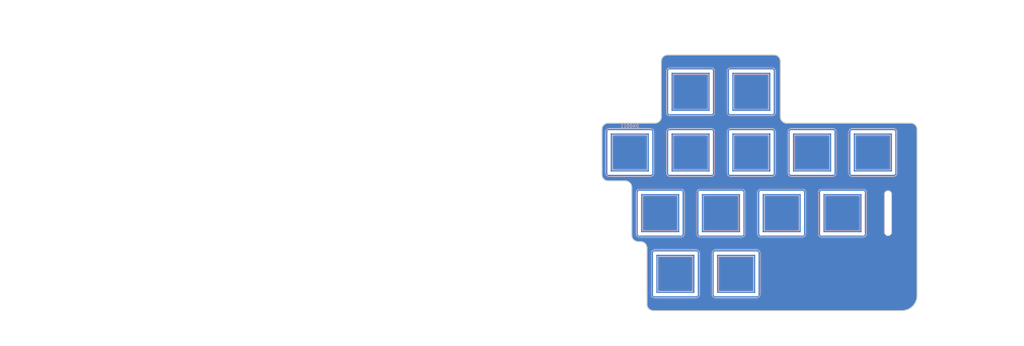
<source format=kicad_pcb>
(kicad_pcb (version 20240108) (generator "pcbnew") (generator_version "8.0")
  (title_block (title "Sandy") (date "2023-01-06") (rev "v.0") (company "@jpskenn"))
  (layers (0 "F.Cu" signal) (31 "B.Cu" signal) (34 "B.Paste" user) (35 "F.Paste" user) (36 "B.SilkS" user "B.Silkscreen") (37 "F.SilkS" user "F.Silkscreen") (38 "B.Mask" user) (39 "F.Mask" user) (44 "Edge.Cuts" user))
  (net 0 "")
  (footprint "locallib:MX-Switch-Hole-with-narrow-frame" (layer "F.Cu") (at 255.247345 84.25032)
    (property "Reference" "SW_>1" (hide yes))
    (property "Value" "SW_Push")
    (pad "" np_thru_hole roundrect (at -6.5 0 90) (size 14.8 1.8) (drill oval 14 1) (layers "F&B.Cu" "*.Mask") (roundrect_rratio 0.5))
    (pad "" np_thru_hole roundrect (at 0 -6.5) (size 14.8 1.8) (drill oval 14 1) (layers "F&B.Cu" "*.Mask") (roundrect_rratio 0.5))
    (pad "" np_thru_hole roundrect (at 0 6.5) (size 14.8 1.8) (drill oval 14 1) (layers "F&B.Cu" "*.Mask") (roundrect_rratio 0.5))
    (pad "" np_thru_hole roundrect (at 6.5 0 90) (size 14.8 1.8) (drill oval 14 1) (layers "F&B.Cu" "*.Mask") (roundrect_rratio 0.5))
  )
  (footprint "locallib:SandyLP_outline_Plate_Base_LR" (layer "F.Cu") (at 17.122345 17.57532)
    (property "Reference" "REF**" (hide yes))
    (property "Value" "60_Outline" (hide yes))
    (fp_line (start 181.753125 40.39996) (end 181.753125 54.554735) (stroke (width 0.3)) (layer "Edge.Cuts"))
    (fp_line (start 189.095313 56.554735) (end 183.753125 56.554735) (stroke (width 0.3)) (layer "Edge.Cuts"))
    (fp_line (start 191.095313 58.554735) (end 191.104848 73.604687) (stroke (width 0.3)) (layer "Edge.Cuts"))
    (fp_line (start 193.857813 75.604687) (end 193.104848 75.604687) (stroke (width 0.3)) (layer "Edge.Cuts"))
    (fp_line (start 195.857813 77.604687) (end 195.867348 95.28121) (stroke (width 0.3)) (layer "Edge.Cuts"))
    (fp_line (start 198.375 38.39996) (end 183.753125 38.39996) (stroke (width 0.3)) (layer "Edge.Cuts"))
    (fp_line (start 200.375 18.96871) (end 200.375 36.39996) (stroke (width 0.3)) (layer "Edge.Cuts"))
    (fp_line (start 235.7125 16.96871) (end 202.375 16.96871) (stroke (width 0.3)) (layer "Edge.Cuts"))
    (fp_line (start 237.7125 18.96871) (end 237.7125 36.39996) (stroke (width 0.3)) (layer "Edge.Cuts"))
    (fp_line (start 275.825 97.28121) (end 197.867348 97.28121) (stroke (width 0.3)) (layer "Edge.Cuts"))
    (fp_line (start 278.5875 38.39996) (end 239.7125 38.39996) (stroke (width 0.3)) (layer "Edge.Cuts"))
    (fp_line (start 280.5875 40.39996) (end 280.5875 92.51871) (stroke (width 0.3)) (layer "Edge.Cuts"))
    (fp_arc (start 181.753125 40.39996) (mid 182.338927 38.985781) (end 183.753125 38.39996) (stroke (width 0.3)) (layer "Edge.Cuts"))
    (fp_arc (start 183.753125 56.554735) (mid 182.338854 55.968989) (end 181.753125 54.554735) (stroke (width 0.3)) (layer "Edge.Cuts"))
    (fp_arc (start 189.095313 56.554735) (mid 190.509476 57.140557) (end 191.095313 58.554735) (stroke (width 0.3)) (layer "Edge.Cuts"))
    (fp_arc (start 193.104848 75.604687) (mid 191.690608 75.018917) (end 191.104848 73.604687) (stroke (width 0.3)) (layer "Edge.Cuts"))
    (fp_arc (start 193.857813 75.604687) (mid 195.271993 76.190507) (end 195.857813 77.604687) (stroke (width 0.3)) (layer "Edge.Cuts"))
    (fp_arc (start 197.867348 97.28121) (mid 196.4531 96.695441) (end 195.867348 95.28121) (stroke (width 0.3)) (layer "Edge.Cuts"))
    (fp_arc (start 200.375 18.96871) (mid 200.960812 17.554519) (end 202.375 16.96871) (stroke (width 0.3)) (layer "Edge.Cuts"))
    (fp_arc (start 200.375 36.39996) (mid 199.789228 37.814199) (end 198.375 38.39996) (stroke (width 0.3)) (layer "Edge.Cuts"))
    (fp_arc (start 235.7125 16.96871) (mid 237.12671 17.554497) (end 237.7125 18.96871) (stroke (width 0.3)) (layer "Edge.Cuts"))
    (fp_arc (start 239.7125 38.39996) (mid 238.298265 37.814177) (end 237.7125 36.39996) (stroke (width 0.3)) (layer "Edge.Cuts"))
    (fp_arc (start 278.5875 38.39996) (mid 280.001728 38.985744) (end 280.5875 40.39996) (stroke (width 0.3)) (layer "Edge.Cuts"))
    (fp_arc (start 280.5875 92.51871) (mid 279.192593 95.8863) (end 275.825 97.28121) (stroke (width 0.3)) (layer "Edge.Cuts"))
    (zone (net 0) (net_name "") (layers "F&B.Cu") (connect_pads (clearance 0)) (min_thickness 0.25)
      (keepout (tracks not_allowed) (vias not_allowed) (pads not_allowed) (copperpour not_allowed) (footprints allowed))
      (fill (thermal_gap 0.5) (thermal_bridge_width 0.5))
      (polygon (pts (arc (start 287.39422 78.297195) (mid 288.584845 77.10657) (end 289.77547 78.297195)) (arc (start 289.77547 90.203445) (mid 288.584845 91.39407) (end 287.39422 90.203445))))
    )
  )
  (footprint "locallib:MX-Switch-Hole-with-narrow-frame" (layer "F.Cu") (at 226.672345 46.15032)
    (property "Reference" "SW_I1" (hide yes))
    (property "Value" "SW_Push")
    (pad "" np_thru_hole roundrect (at -6.5 0 90) (size 14.8 1.8) (drill oval 14 1) (layers "F&B.Cu" "*.Mask") (roundrect_rratio 0.5))
    (pad "" np_thru_hole roundrect (at 0 -6.5) (size 14.8 1.8) (drill oval 14 1) (layers "F&B.Cu" "*.Mask") (roundrect_rratio 0.5))
    (pad "" np_thru_hole roundrect (at 0 6.5) (size 14.8 1.8) (drill oval 14 1) (layers "F&B.Cu" "*.Mask") (roundrect_rratio 0.5))
    (pad "" np_thru_hole roundrect (at 6.5 0 90) (size 14.8 1.8) (drill oval 14 1) (layers "F&B.Cu" "*.Mask") (roundrect_rratio 0.5))
  )
  (footprint "locallib:MX-Switch-Hole-with-narrow-frame" (layer "F.Cu") (at 207.622345 65.20032)
    (property "Reference" "SW_J1" (hide yes))
    (property "Value" "SW_Push")
    (pad "" np_thru_hole roundrect (at -6.5 0 90) (size 14.8 1.8) (drill oval 14 1) (layers "F&B.Cu" "*.Mask") (roundrect_rratio 0.5))
    (pad "" np_thru_hole roundrect (at 0 -6.5) (size 14.8 1.8) (drill oval 14 1) (layers "F&B.Cu" "*.Mask") (roundrect_rratio 0.5))
    (pad "" np_thru_hole roundrect (at 0 6.5) (size 14.8 1.8) (drill oval 14 1) (layers "F&B.Cu" "*.Mask") (roundrect_rratio 0.5))
    (pad "" np_thru_hole roundrect (at 6.5 0 90) (size 14.8 1.8) (drill oval 14 1) (layers "F&B.Cu" "*.Mask") (roundrect_rratio 0.5))
  )
  (footprint "locallib:MX-Switch-Hole-with-narrow-frame" (layer "F.Cu") (at 283.822345 65.20032)
    (property "Reference" "SW_ENT1" (hide yes))
    (property "Value" "SW_Push")
    (pad "" np_thru_hole roundrect (at -6.5 0 90) (size 14.8 1.8) (drill oval 14 1) (layers "F&B.Cu" "*.Mask") (roundrect_rratio 0.5))
    (pad "" np_thru_hole roundrect (at 0 -6.5) (size 14.8 1.8) (drill oval 14 1) (layers "F&B.Cu" "*.Mask") (roundrect_rratio 0.5))
    (pad "" np_thru_hole roundrect (at 0 6.5) (size 14.8 1.8) (drill oval 14 1) (layers "F&B.Cu" "*.Mask") (roundrect_rratio 0.5))
    (pad "" np_thru_hole roundrect (at 6.5 0 90) (size 14.8 1.8) (drill oval 14 1) (layers "F&B.Cu" "*.Mask") (roundrect_rratio 0.5))
  )
  (footprint "locallib:MX-Switch-Hole-with-narrow-frame" (layer "F.Cu") (at 264.772345 65.20032)
    (property "Reference" "SW_;1" (hide yes))
    (property "Value" "SW_Push")
    (pad "" np_thru_hole roundrect (at -6.5 0 90) (size 14.8 1.8) (drill oval 14 1) (layers "F&B.Cu" "*.Mask") (roundrect_rratio 0.5))
    (pad "" np_thru_hole roundrect (at 0 -6.5) (size 14.8 1.8) (drill oval 14 1) (layers "F&B.Cu" "*.Mask") (roundrect_rratio 0.5))
    (pad "" np_thru_hole roundrect (at 0 6.5) (size 14.8 1.8) (drill oval 14 1) (layers "F&B.Cu" "*.Mask") (roundrect_rratio 0.5))
    (pad "" np_thru_hole roundrect (at 6.5 0 90) (size 14.8 1.8) (drill oval 14 1) (layers "F&B.Cu" "*.Mask") (roundrect_rratio 0.5))
  )
  (footprint "locallib:MX-Switch-Hole-with-narrow-frame" (layer "F.Cu") (at 245.722345 46.15032)
    (property "Reference" "SW_O1" (hide yes))
    (property "Value" "SW_Push")
    (pad "" np_thru_hole roundrect (at -6.5 0 90) (size 14.8 1.8) (drill oval 14 1) (layers "F&B.Cu" "*.Mask") (roundrect_rratio 0.5))
    (pad "" np_thru_hole roundrect (at 0 -6.5) (size 14.8 1.8) (drill oval 14 1) (layers "F&B.Cu" "*.Mask") (roundrect_rratio 0.5))
    (pad "" np_thru_hole roundrect (at 0 6.5) (size 14.8 1.8) (drill oval 14 1) (layers "F&B.Cu" "*.Mask") (roundrect_rratio 0.5))
    (pad "" np_thru_hole roundrect (at 6.5 0 90) (size 14.8 1.8) (drill oval 14 1) (layers "F&B.Cu" "*.Mask") (roundrect_rratio 0.5))
  )
  (footprint "locallib:MX-Switch-Hole-with-narrow-frame" (layer "F.Cu") (at 274.297345 84.25032)
    (property "Reference" "SW_/1" (hide yes))
    (property "Value" "SW_Push")
    (pad "" np_thru_hole roundrect (at -6.5 0 90) (size 14.8 1.8) (drill oval 14 1) (layers "F&B.Cu" "*.Mask") (roundrect_rratio 0.5))
    (pad "" np_thru_hole roundrect (at 0 -6.5) (size 14.8 1.8) (drill oval 14 1) (layers "F&B.Cu" "*.Mask") (roundrect_rratio 0.5))
    (pad "" np_thru_hole roundrect (at 0 6.5) (size 14.8 1.8) (drill oval 14 1) (layers "F&B.Cu" "*.Mask") (roundrect_rratio 0.5))
    (pad "" np_thru_hole roundrect (at 6.5 0 90) (size 14.8 1.8) (drill oval 14 1) (layers "F&B.Cu" "*.Mask") (roundrect_rratio 0.5))
  )
  (footprint "locallib:MX-Switch-Hole-with-narrow-frame" (layer "F.Cu") (at 217.147345 84.25032)
    (property "Reference" "SW_M1" (hide yes))
    (property "Value" "SW_Push")
    (pad "" np_thru_hole roundrect (at -6.5 0 90) (size 14.8 1.8) (drill oval 14 1) (layers "F&B.Cu" "*.Mask") (roundrect_rratio 0.5))
    (pad "" np_thru_hole roundrect (at 0 -6.5) (size 14.8 1.8) (drill oval 14 1) (layers "F&B.Cu" "*.Mask") (roundrect_rratio 0.5))
    (pad "" np_thru_hole roundrect (at 0 6.5) (size 14.8 1.8) (drill oval 14 1) (layers "F&B.Cu" "*.Mask") (roundrect_rratio 0.5))
    (pad "" np_thru_hole roundrect (at 6.5 0 90) (size 14.8 1.8) (drill oval 14 1) (layers "F&B.Cu" "*.Mask") (roundrect_rratio 0.5))
  )
  (footprint "locallib:MX-Switch-Hole-with-narrow-frame" (layer "F.Cu") (at 226.672345 65.20032)
    (property "Reference" "SW_K1" (hide yes))
    (property "Value" "SW_Push")
    (pad "" np_thru_hole roundrect (at -6.5 0 90) (size 14.8 1.8) (drill oval 14 1) (layers "F&B.Cu" "*.Mask") (roundrect_rratio 0.5))
    (pad "" np_thru_hole roundrect (at 0 -6.5) (size 14.8 1.8) (drill oval 14 1) (layers "F&B.Cu" "*.Mask") (roundrect_rratio 0.5))
    (pad "" np_thru_hole roundrect (at 0 6.5) (size 14.8 1.8) (drill oval 14 1) (layers "F&B.Cu" "*.Mask") (roundrect_rratio 0.5))
    (pad "" np_thru_hole roundrect (at 6.5 0 90) (size 14.8 1.8) (drill oval 14 1) (layers "F&B.Cu" "*.Mask") (roundrect_rratio 0.5))
  )
  (footprint "locallib:MX-Switch-Hole-with-narrow-frame" (layer "F.Cu") (at 236.197345 84.25032)
    (property "Reference" "SW_<1" (hide yes))
    (property "Value" "SW_Push")
    (pad "" np_thru_hole roundrect (at -6.5 0 90) (size 14.8 1.8) (drill oval 14 1) (layers "F&B.Cu" "*.Mask") (roundrect_rratio 0.5))
    (pad "" np_thru_hole roundrect (at 0 -6.5) (size 14.8 1.8) (drill oval 14 1) (layers "F&B.Cu" "*.Mask") (roundrect_rratio 0.5))
    (pad "" np_thru_hole roundrect (at 0 6.5) (size 14.8 1.8) (drill oval 14 1) (layers "F&B.Cu" "*.Mask") (roundrect_rratio 0.5))
    (pad "" np_thru_hole roundrect (at 6.5 0 90) (size 14.8 1.8) (drill oval 14 1) (layers "F&B.Cu" "*.Mask") (roundrect_rratio 0.5))
  )
  (footprint "locallib:MX-Switch-Hole-with-narrow-frame" (layer "F.Cu") (at 240.959845 103.30032)
    (property "Reference" "SW_RWIN1" (hide yes))
    (property "Value" "SW_Push")
    (pad "" np_thru_hole roundrect (at -6.5 0 90) (size 14.8 1.8) (drill oval 14 1) (layers "F&B.Cu" "*.Mask") (roundrect_rratio 0.5))
    (pad "" np_thru_hole roundrect (at 0 -6.5) (size 14.8 1.8) (drill oval 14 1) (layers "F&B.Cu" "*.Mask") (roundrect_rratio 0.5))
    (pad "" np_thru_hole roundrect (at 0 6.5) (size 14.8 1.8) (drill oval 14 1) (layers "F&B.Cu" "*.Mask") (roundrect_rratio 0.5))
    (pad "" np_thru_hole roundrect (at 6.5 0 90) (size 14.8 1.8) (drill oval 14 1) (layers "F&B.Cu" "*.Mask") (roundrect_rratio 0.5))
  )
  (footprint "locallib:MX-Switch-Hole-with-narrow-frame" (layer "F.Cu") (at 245.722345 65.20032)
    (property "Reference" "SW_L1" (hide yes))
    (property "Value" "SW_Push")
    (pad "" np_thru_hole roundrect (at -6.5 0 90) (size 14.8 1.8) (drill oval 14 1) (layers "F&B.Cu" "*.Mask") (roundrect_rratio 0.5))
    (pad "" np_thru_hole roundrect (at 0 -6.5) (size 14.8 1.8) (drill oval 14 1) (layers "F&B.Cu" "*.Mask") (roundrect_rratio 0.5))
    (pad "" np_thru_hole roundrect (at 0 6.5) (size 14.8 1.8) (drill oval 14 1) (layers "F&B.Cu" "*.Mask") (roundrect_rratio 0.5))
    (pad "" np_thru_hole roundrect (at 6.5 0 90) (size 14.8 1.8) (drill oval 14 1) (layers "F&B.Cu" "*.Mask") (roundrect_rratio 0.5))
  )
  (footprint "locallib:MX-Switch-Hole-with-narrow-frame" (layer "F.Cu") (at 221.909845 103.30032)
    (property "Reference" "SW_RALT1" (hide yes))
    (property "Value" "SW_Push")
    (pad "" np_thru_hole roundrect (at -6.5 0 90) (size 14.8 1.8) (drill oval 14 1) (layers "F&B.Cu" "*.Mask") (roundrect_rratio 0.5))
    (pad "" np_thru_hole roundrect (at 0 -6.5) (size 14.8 1.8) (drill oval 14 1) (layers "F&B.Cu" "*.Mask") (roundrect_rratio 0.5))
    (pad "" np_thru_hole roundrect (at 0 6.5) (size 14.8 1.8) (drill oval 14 1) (layers "F&B.Cu" "*.Mask") (roundrect_rratio 0.5))
    (pad "" np_thru_hole roundrect (at 6.5 0 90) (size 14.8 1.8) (drill oval 14 1) (layers "F&B.Cu" "*.Mask") (roundrect_rratio 0.5))
  )
  (gr_text "DN0011" (at 207.622501 57.461277 0) (layer "B.SilkS") (effects (font (size 1 1)) (justify bottom mirror)))
  (segment (start 284.745382 107.524471) (end 283.624845 108.21407) (width 0.16) (layer "F.Cu") (net 0))
  (segment (start 264.532345 112.19157) (end 264.552345 112.20157) (width 0.16) (layer "F.Cu") (net 0))
  (segment (start 285.234845 107.82032) (end 282.794845 106.38157) (width 0.16) (layer "F.Cu") (net 0))
  (segment (start 269.322345 111.38157) (end 267.62336 110.442585) (width 0.16) (layer "F.Cu") (net 0))
  (segment (start 277.842345 101.23157) (end 278.092345 101.21157) (width 0.254) (layer "F.Cu") (net 0))
  (segment (start 274.062345 107.22157) (end 273.582345 106.97157) (width 0.16) (layer "F.Cu") (net 0))
  (segment (start 277.452345 101.41157) (end 277.842345 101.23157) (width 0.254) (layer "F.Cu") (net 0))
  (segment (start 278.802345 106.96157) (end 278.802345 104.51157) (width 0.16) (layer "F.Cu") (net 0))
  (segment (start 274.552345 102.616674) (end 274.554793 102.619122) (width 0.16) (layer "F.Cu") (net 0))
  (segment (start 269.322345 108.92157) (end 269.312345 108.91157) (width 0.16) (layer "F.Cu") (net 0))
  (segment (start 278.802345 104.51157) (end 283.042345 102.06157) (width 0.16) (layer "F.Cu") (net 0))
  (segment (start 278.282345 107.26157) (end 274.062345 109.69157) (width 0.16) (layer "F.Cu") (net 0))
  (segment (start 265.212345 108.04157) (end 264.942345 108.11157) (width 0.254) (layer "F.Cu") (net 0))
  (segment (start 279.842345 102.56157) (end 279.382345 102.85157) (width 0.254) (layer "F.Cu") (net 0))
  (segment (start 286.372345 106.210945) (end 287.447345 106.827195) (width 0.16) (layer "F.Cu") (net 0))
  (segment (start 287.455144 103.683771) (end 283.644845 105.87907) (width 0.16) (layer "F.Cu") (net 0))
  (segment (start 271.182345 106.56157) (end 271.172345 106.56157) (width 0.254) (layer "F.Cu") (net 0))
  (segment (start 278.802345 99.60157) (end 279.340255 99.91366) (width 0.16) (layer "F.Cu") (net 0))
  (segment (start 285.634845 107.08157) (end 285.634845 107.55657) (width 0.16) (layer "F.Cu") (net 0))
  (segment (start 287.034845 103.46407) (end 287.474845 103.69407) (width 0.16) (layer "F.Cu") (net 0))
  (segment (start 283.634845 105.89407) (end 285.584845 107.04407) (width 0.16) (layer "F.Cu") (net 0))
  (segment (start 279.322345 99.87157) (end 279.340255 99.91366) (width 0.16) (layer "F.Cu") (net 0))
  (segment (start 279.012345 103.05157) (end 276.802345 101.80157) (width 0.254) (layer "F.Cu") (net 0))
  (segment (start 283.184845 107.49407) (end 283.184845 107.96907) (width 0.16) (layer "F.Cu") (net 0))
  (segment (start 283.587345 103.15657) (end 283.572345 103.16157) (width 0.16) (layer "F.Cu") (net 0))
  (segment (start 273.572345 108.95157) (end 273.184246 109.173471) (width 0.16) (layer "F.Cu") (net 0))
  (segment (start 266.220417 105.803498) (end 264.562345 104.85157) (width 0.16) (layer "F.Cu") (net 0))
  (segment (start 285.884845 106.41907) (end 287.434845 107.29532) (width 0.16) (layer "F.Cu") (net 0))
  (segment (start 287.484845 103.71407) (end 287.484845 104.18907) (width 0.16) (layer "F.Cu") (net 0))
  (segment (start 283.042345 104.52157) (end 278.802345 106.96157) (width 0.16) (layer "F.Cu") (net 0))
  (segment (start 273.582345 108.94157) (end 273.572345 108.95157) (width 0.16) (layer "F.Cu") (net 0))
  (segment (start 283.042345 102.89157) (end 283.042345 104.52157) (width 0.16) (layer "F.Cu") (net 0))
  (segment (start 272.092345 104.45157) (end 274.402345 105.75157) (width 0.254) (layer "F.Cu") (net 0))
  (segment (start 275.762345 104.97157) (end 272.092345 104.45157) (width 0.254) (layer "F.Cu") (net 0))
  (segment (start 263.172345 106.68157) (end 263.002345 106.90157) (width 0.254) (layer "F.Cu") (net 0))
  (segment (start 269.051041 106.982874) (end 269.472345 107.51157) (width 0.254) (layer "F.Cu") (net 0))
  (segment (start 285.881407 106.925476) (end 285.634845 107.08157) (width 0.16) (layer "F.Cu") (net 0))
  (segment (start 268.812345 107.29157) (end 268.812345 108.63157) (width 0.16) (layer "F.Cu") (net 0))
  (segment (start 278.292345 107.25157) (end 278.282345 107.26157) (width 0.16) (layer "F.Cu") (net 0))
  (segment (start 267.62336 110.442585) (end 264.552345 112.20157) (width 0.16) (layer "F.Cu") (net 0))
  (segment (start 268.812345 109.76157) (end 267.62336 110.442585) (width 0.16) (layer "F.Cu") (net 0))
  (segment (start 279.592345 101.64157) (end 279.822345 101.86157) (width 0.254) (layer "F.Cu") (net 0))
  (segment (start 278.292345 104.80157) (end 278.292345 106.70157) (width 0.16) (layer "F.Cu") (net 0))
  (segment (start 289.394845 106.19657) (end 289.394845 106.67157) (width 0.16) (layer "F.Cu") (net 0))
  (segment (start 271.172345 106.56157) (end 270.212345 106.313135) (width 0.254) (layer "F.Cu") (net 0))
  (segment (start 274.062345 102.33157) (end 274.042345 102.34157) (width 0.16) (layer "F.Cu") (net 0))
  (segment (start 274.062345 107.22157) (end 278.292345 104.80157) (width 0.16) (layer "F.Cu") (net 0))
  (segment (start 281.622345 97.96157) (end 283.522345 98.24157) (width 0.254) (layer "F.Cu") (net 0))
  (segment (start 264.552345 109.74157) (end 260.322345 107.30157) (width 0.16) (layer "F.Cu") (net 0))
  (segment (start 273.184246 109.173471) (end 269.322345 111.38157) (width 0.16) (layer "F.Cu") (net 0))
  (segment (start 283.072345 97.19157) (end 283.502345 98.20157) (width 0.32) (layer "F.Cu") (net 0))
  (segment (start 264.562345 104.85157) (end 260.322345 107.30157) (width 0.16) (layer "F.Cu") (net 0))
  (segment (start 287.832345 98.27157) (end 287.832345 100.72157) (width 0.16) (layer "F.Cu") (net 0))
  (segment (start 264.552345 109.74157) (end 268.812345 107.29157) (width 0.16) (layer "F.Cu") (net 0))
  (segment (start 285.194845 107.31657) (end 282.824845 105.88157) (width 0.16) (layer "F.Cu") (net 0))
  (segment (start 270.212345 106.313135) (end 268.042345 105.75157) (width 0.254) (layer "F.Cu") (net 0))
  (segment (start 289.394845 106.67157) (end 287.469845 107.80907) (width 0.16) (layer "F.Cu") (net 0))
  (segment (start 283.184845 107.96907) (end 283.594845 108.20657) (width 0.16) (layer "F.Cu") (net 0))
  (segment (start 279.337345 98.28157) (end 283.562345 95.83157) (width 0.16) (layer "F.Cu") (net 0))
  (segment (start 263.492345 107.36157) (end 263.882345 107.36157) (width 0.254) (layer "F.Cu") (net 0))
  (segment (start 279.972345 102.41157) (end 279.842345 102.56157) (width 0.254) (layer "F.Cu") (net 0))
  (segment (start 274.042345 102.34157) (end 270.223091 104.550824) (width 0.16) (layer "F.Cu") (net 0))
  (segment (start 274.062345 109.69157) (end 273.184246 109.173471) (width 0.16) (layer "F.Cu") (net 0))
  (segment (start 265.882345 107.20157) (end 265.972345 107.39157) (width 0.254) (layer "F.Cu") (net 0))
  (segment (start 285.234845 107.30657) (end 285.234845 107.78157) (width 0.16) (layer "F.Cu") (net 0))
  (segment (start 285.634845 107.56782) (end 285.234845 107.82032) (width 0.16) (layer "F.Cu") (net 0))
  (segment (start 287.459845 106.00907) (end 286.799845 106.38907) (width 0.16) (layer "F.Cu") (net 0))
  (segment (start 284.337636 107.291279) (end 283.59172 107.781257) (width 0.16) (layer "F.Cu") (net 0))
  (segment (start 279.382345 102.85157) (end 279.012345 103.05157) (width 0.254) (layer "F.Cu") (net 0))
  (segment (start 289.374845 106.18157) (end 287.469845 107.29907) (width 0.16) (layer "F.Cu") (net 0))
  (segment (start 264.942345 108.11157) (end 264.482345 108.15157) (width 0.254) (layer "F.Cu") (net 0))
  (segment (start 287.444845 105.02907) (end 284.798555 106.58036) (width 0.16) (layer "F.Cu") (net 0))
  (segment (start 278.092345 101.21157) (end 278.532345 101.242529) (width 0.254) (layer "F.Cu") (net 0))
  (segment (start 264.262345 106.32157) (end 263.862345 106.37157) (width 0.254) (layer "F.Cu") (net 0))
  (segment (start 269.322345 111.38157) (end 269.322345 108.92157) (width 0.16) (layer "F.Cu") (net 0))
  (segment (start 287.444845 105.02907) (end 289.374845 106.18157) (width 0.16) (layer "F.Cu") (net 0))
  (segment (start 280.002345 102.14157) (end 279.972345 102.41157) (width 0.254) (layer "F.Cu") (net 0))
  (segment (start 265.052345 106.94157) (end 265.552345 107.01157) (width 0.254) (layer "F.Cu") (net 0))
  (segment (start 263.482345 106.49157) (end 263.172345 106.68157) (width 0.254) (layer "F.Cu") (net 0))
  (segment (start 265.552345 107.01157) (end 265.882345 107.20157) (width 0.254) (layer "F.Cu") (net 0))
  (segment (start 285.574845 107.07157) (end 285.194845 107.31657) (width 0.16) (layer "F.Cu") (net 0))
  (segment (start 283.572345 103.16157) (end 283.572345 100.73157) (width 0.16) (layer "F.Cu") (net 0))
  (segment (start 269.312345 108.91157) (end 268.812345 108.63157) (width 0.16) (layer "F.Cu") (net 0))
  (segment (start 274.552345 102.06157) (end 274.552345 102.616674) (width 0.16) (layer "F.Cu") (net 0))
  (segment (start 278.792345 99.60157) (end 278.802345 99.60157) (width 0.16) (layer "F.Cu") (net 0))
  (segment (start 288.536095 106.174695) (end 287.463595 106.823445) (width 0.16) (layer "F.Cu") (net 0))
  (segment (start 278.292345 106.70157) (end 278.292345 107.25157) (width 0.16) (layer "F.Cu") (net 0))
  (segment (start 263.862345 106.37157) (end 263.482345 106.49157) (width 0.254) (layer "F.Cu") (net 0))
  (segment (start 264.712345 106.99157) (end 265.052345 106.94157) (width 0.254) (layer "F.Cu") (net 0))
  (segment (start 283.913015 107.0409) (end 283.184845 107.49407) (width 0.16) (layer "F.Cu") (net 0))
  (segment (start 282.784845 105.89407) (end 286.984845 103.44407) (width 0.16) (layer "F.Cu") (net 0))
  (segment (start 287.459845 105.57157) (end 287.459845 106.04657) (width 0.16) (layer "F.Cu") (net 0))
  (segment (start 287.432345 105.54032) (end 286.359845 106.18907) (width 0.16) (layer "F.Cu") (net 0))
  (segment (start 265.972345 107.39157) (end 265.892345 107.59157) (width 0.254) (layer "F.Cu") (net 0))
  (segment (start 285.884845 106.41907) (end 285.223151 106.830764) (width 0.16) (layer "F.Cu") (net 0))
  (segment (start 263.882345 107.36157) (end 264.242345 107.21157) (width 0.254) (layer "F.Cu") (net 0))
  (segment (start 278.802345 106.96157) (end 278.292345 106.70157) (width 0.16) (layer "F.Cu") (net 0))
  (segment (start 279.337345 98.28157) (end 279.322345 99.87157) (width 0.16) (layer "F.Cu") (net 0))
  (segment (start 268.812345 107.29157) (end 266.220417 105.803498) (width 0.16) (layer "F.Cu") (net 0))
  (segment (start 264.552345 112.20157) (end 264.552345 109.74157) (width 0.16) (layer "F.Cu") (net 0))
  (segment (start 263.002345 106.90157) (end 263.002345 107.07157) (width 0.254) (layer "F.Cu") (net 0))
  (segment (start 260.322345 109.78157) (end 264.532345 112.19157) (width 0.16) (layer "F.Cu") (net 0))
  (segment (start 268.042345 105.75157) (end 269.051041 106.982874) (width 0.254) (layer "F.Cu") (net 0))
  (segment (start 283.574845 107.72407) (end 283.574845 108.19907) (width 0.16) (layer "F.Cu") (net 0))
  (segment (start 283.572345 100.73157) (end 287.812345 98.28157) (width 0.16) (layer "F.Cu") (net 0))
  (segment (start 273.462345 103.66157) (end 275.762345 104.97157) (width 0.254) (layer "F.Cu") (net 0))
  (segment (start 287.434845 104.21407) (end 284.134845 106.12407) (width 0.16) (layer "F.Cu") (net 0))
  (segment (start 269.051041 106.982874) (end 270.212345 106.313135) (width 0.254) (layer "F.Cu") (net 0))
  (segment (start 265.472345 107.93157) (end 265.212345 108.04157) (width 0.254) (layer "F.Cu") (net 0))
  (segment (start 285.909845 106.43157) (end 285.909845 106.90657) (width 0.16) (layer "F.Cu") (net 0))
  (segment (start 283.562345 95.83157) (end 283.572345 95.83157) (width 0.16) (layer "F.Cu") (net 0))
  (segment (start 283.572345 95.83157) (end 287.832345 98.27157) (width 0.16) (layer "F.Cu") (net 0))
  (segment (start 274.554793 102.619122) (end 274.062345 102.33157) (width 0.16) (layer "F.Cu") (net 0))
  (segment (start 273.582345 106.97157) (end 273.582345 108.94157) (width 0.16) (layer "F.Cu") (net 0))
  (segment (start 287.464845 105.55282) (end 288.539845 106.16907) (width 0.16) (layer "F.Cu") (net 0))
  (segment (start 277.302345 101.49157) (end 277.452345 101.41157) (width 0.254) (layer "F.Cu") (net 0))
  (segment (start 270.223091 104.550824) (end 269.322345 104.03157) (width 0.16) (layer "F.Cu") (net 0))
  (segment (start 269.322345 104.03157) (end 266.220417 105.803498) (width 0.16) (layer "F.Cu") (net 0))
  (segment (start 283.184845 107.49407) (end 283.614845 107.71657) (width 0.16) (layer "F.Cu") (net 0))
  (segment (start 283.572345 103.16157) (end 283.042345 102.89157) (width 0.16) (layer "F.Cu") (net 0))
  (segment (start 283.572345 100.73157) (end 283.587345 100.73157) (width 0.16) (layer "F.Cu") (net 0))
  (segment (start 276.802345 101.80157) (end 277.302345 101.49157) (width 0.254) (layer "F.Cu") (net 0))
  (segment (start 274.552345 102.06157) (end 278.792345 99.60157) (width 0.16) (layer "F.Cu") (net 0))
  (segment (start 265.802345 107.70157) (end 265.472345 107.93157) (width 0.254) (layer "F.Cu") (net 0))
  (segment (start 285.919845 106.95407) (end 287.449845 107.80657) (width 0.16) (layer "F.Cu") (net 0))
  (segment (start 287.832345 100.72157) (end 283.587345 103.15657) (width 0.16) (layer "F.Cu") (net 0))
  (segment (start 282.784845 105.89407) (end 282.784845 106.36907) (width 0.16) (layer "F.Cu") (net 0))
  (segment (start 270.223091 104.550824) (end 273.572345 106.48157) (width 0.16) (layer "F.Cu") (net 0))
  (segment (start 279.822345 101.85157) (end 280.002345 102.14157) (width 0.254) (layer "F.Cu") (net 0))
  (segment (start 274.062345 109.69157) (end 274.062345 107.22157) (width 0.16) (layer "F.Cu") (net 0))
  (segment (start 279.062345 101.37157) (end 279.592345 101.64157) (width 0.254) (layer "F.Cu") (net 0))
  (segment (start 263.212345 107.27157) (end 263.492345 107.36157) (width 0.254) (layer "F.Cu") (net 0))
  (segment (start 273.572345 106.48157) (end 273.582345 106.48157) (width 0.16) (layer "F.Cu") (net 0))
  (segment (start 279.340255 99.91366) (end 283.042345 102.06157) (width 0.16) (layer "F.Cu") (net 0))
  (segment (start 283.502345 98.20157) (end 283.522345 98.24157) (width 0.254) (layer "F.Cu") (net 0))
  (segment (start 278.532345 101.242529) (end 279.062345 101.37157) (width 0.254) (layer "F.Cu") (net 0))
  (segment (start 278.782345 104.50157) (end 274.552345 102.06157) (width 0.16) (layer "F.Cu") (net 0))
  (segment (start 283.522345 98.24157) (end 284.592345 98.84157) (width 0.254) (layer "F.Cu") (net 0))
  (segment (start 260.322345 107.30157) (end 260.322345 109.78157) (width 0.16) (layer "F.Cu") (net 0))
  (segment (start 264.242345 107.21157) (end 264.712345 106.99157) (width 0.254) (layer "F.Cu") (net 0))
  (segment (start 274.554793 102.619122) (end 278.292345 104.80157) (width 0.16) (layer "F.Cu") (net 0))
  (segment (start 283.042345 102.06157) (end 283.042345 102.89157) (width 0.16) (layer "F.Cu") (net 0))
  (segment (start 263.002345 107.07157) (end 263.212345 107.27157) (width 0.254) (layer "F.Cu") (net 0))
  (segment (start 273.582345 106.48157) (end 273.582345 106.97157) (width 0.16) (layer "F.Cu") (net 0))
  (segment (start 265.892345 107.59157) (end 265.802345 107.70157) (width 0.254) (layer "F.Cu") (net 0))
  (segment (start 287.442345 106.020945) (end 288.118233 106.427458) (width 0.16) (layer "F.Cu") (net 0))
  (segment (start 268.812345 108.63157) (end 268.812345 109.76157) (width 0.16) (layer "F.Cu") (net 0))
  (segment (start 283.587345 100.73157) (end 279.337345 98.28157) (width 0.16) (layer "F.Cu") (net 0))
  (segment (start 278.802345 104.51157) (end 278.782345 104.50157) (width 0.16) (layer "F.Cu") (net 0))
  (segment (start 269.322345 108.92157) (end 273.572345 106.48157) (width 0.16) (layer "F.Cu") (net 0))
  (segment (start 287.449845 107.33157) (end 287.449845 107.80657) (width 0.16) (layer "F.Cu") (net 0))
  (zone (net 0) (net_name "") (layer "F.Cu") (connect_pads (clearance 0)) (min_thickness 0.25)
    (keepout (tracks allowed) (vias allowed) (pads allowed) (copperpour not_allowed) (footprints allowed))
    (fill (thermal_gap 0.5) (thermal_bridge_width 0.5))
    (polygon (pts (xy 278.912345 104.63157) (xy 278.912345 106.73157) (xy 282.862345 104.43157) (xy 282.862345 102.43157)))
  )
  (zone (net 0) (net_name "") (layer "F.Cu") (connect_pads (clearance 0)) (min_thickness 0.25)
    (keepout (tracks allowed) (vias allowed) (pads allowed) (copperpour not_allowed) (footprints allowed))
    (fill (thermal_gap 0.5) (thermal_bridge_width 0.5))
    (polygon (pts (xy 260.512345 107.68157) (xy 260.512345 109.73157) (xy 264.362345 111.93157) (xy 264.362345 109.83157)))
  )
  (zone (net 0) (net_name "") (layer "F.Cu") (connect_pads (clearance 0)) (min_thickness 0.25)
    (keepout (tracks allowed) (vias allowed) (pads allowed) (copperpour not_allowed) (footprints allowed))
    (fill (thermal_gap 0.5) (thermal_bridge_width 0.5))
    (polygon (pts (xy 264.712345 109.83157) (xy 264.712345 111.93157) (xy 268.662345 109.63157) (xy 268.662345 107.63157)))
  )
  (zone (net 0) (net_name "") (layer "F.Cu") (connect_pads (clearance 0)) (min_thickness 0.25)
    (keepout (tracks allowed) (vias allowed) (pads allowed) (copperpour not_allowed) (footprints allowed))
    (fill (thermal_gap 0.5) (thermal_bridge_width 0.5))
    (polygon (pts (xy 274.212345 107.28157) (xy 274.212345 109.38157) (xy 278.162345 107.08157) (xy 278.162345 105.08157)))
  )
  (zone (net 0) (net_name "") (layer "F.Cu") (connect_pads (clearance 0)) (min_thickness 0.25)
    (keepout (tracks allowed) (vias allowed) (pads allowed) (copperpour not_allowed) (footprints allowed))
    (fill (thermal_gap 0.5) (thermal_bridge_width 0.5))
    (polygon (pts (xy 268.212345 109.88157) (xy 268.062345 110.43157) (xy 269.162345 111.38157) (xy 269.162345 109.38157)))
  )
  (zone (net 0) (net_name "") (layer "F.Cu") (connect_pads (clearance 0)) (min_thickness 0.25)
    (keepout (tracks allowed) (vias allowed) (pads allowed) (copperpour not_allowed) (footprints allowed))
    (fill (thermal_gap 0.5) (thermal_bridge_width 0.5))
    (polygon (pts (xy 279.562345 98.63157) (xy 279.562345 99.83157) (xy 283.412345 102.13157) (xy 283.412345 100.83157)))
  )
  (zone (net 0) (net_name "") (layer "F.Cu") (priority 2) (connect_pads (clearance 0.25)) (min_thickness 0.25) (fill yes (thermal_gap 0.5) (thermal_bridge_width 0.5) (island_removal_mode 1) (island_area_min 10))
    (polygon (pts (xy 259.194845 94.78407) (xy 290.284845 94.84407) (xy 290.484845 109.24407) (xy 278.084845 113.64407) (xy 258.684845 113.44407)))
  )
  (zone (net 0) (net_name "") (layer "F.Cu") (connect_pads (clearance 0)) (min_thickness 0.25)
    (keepout (tracks allowed) (vias allowed) (pads allowed) (copperpour not_allowed) (footprints allowed))
    (fill (thermal_gap 0.5) (thermal_bridge_width 0.5))
    (polygon (pts (xy 283.012345 96.38157) (xy 283.562345 96.03157) (xy 287.412345 98.23157) (xy 283.562345 100.53157) (xy 279.712345 98.28157) (xy 282.812345 96.43157) (xy 282.812345 97.08157) (xy 283.062345 97.93157) (xy 281.512345 97.73157) (xy 281.362345 98.08157) (xy 281.562345 98.23157) (xy 283.462345 98.48157) (xy 284.562345 99.08157) (xy 284.762345 99.03157) (xy 284.862345 98.78157) (xy 283.762345 98.08157) (xy 283.212345 96.93157) (xy 282.862345 96.93157)))
  )
  (zone (net 0) (net_name "") (layer "F.Cu") (connect_pads (clearance 0)) (min_thickness 0.25)
    (keepout (tracks allowed) (vias allowed) (pads allowed) (copperpour not_allowed) (footprints allowed))
    (fill (thermal_gap 0.5) (thermal_bridge_width 0.5))
    (polygon (pts (xy 264.562345 105.08157) (xy 268.362345 107.28157) (xy 264.562345 109.53157) (xy 260.712345 107.28157) (xy 264.412345 105.18157) (xy 264.362345 106.08157) (xy 263.112345 106.38157) (xy 262.712345 106.98157) (xy 263.112345 107.53157) (xy 263.912345 107.63157) (xy 265.062345 107.18157) (xy 265.662345 107.38157) (xy 265.262345 107.78157) (xy 264.262345 108.03157) (xy 264.362345 108.38157) (xy 265.462345 108.23157) (xy 266.112345 107.73157) (xy 266.162345 107.18157) (xy 265.612345 106.78157) (xy 264.712345 106.73157) (xy 263.612345 107.18157) (xy 263.412345 106.83157) (xy 264.412345 106.48157)))
  )
  (zone (net 0) (net_name "") (layer "F.Cu") (connect_pads (clearance 0)) (min_thickness 0.25)
    (keepout (tracks allowed) (vias allowed) (pads allowed) (copperpour not_allowed) (footprints allowed))
    (fill (thermal_gap 0.5) (thermal_bridge_width 0.5))
    (polygon (pts (xy 269.462345 108.98157) (xy 269.462345 111.08157) (xy 273.412345 108.78157) (xy 273.412345 106.78157)))
  )
  (zone (net 0) (net_name "") (layer "F.Cu") (connect_pads (clearance 0)) (min_thickness 0.25)
    (keepout (tracks allowed) (vias allowed) (pads allowed) (copperpour not_allowed) (footprints allowed))
    (fill (thermal_gap 0.5) (thermal_bridge_width 0.5))
    (polygon (pts (xy 274.062345 102.53157) (xy 277.912345 104.78157) (xy 274.112345 107.03157) (xy 273.762345 106.88157) (xy 273.712345 106.38157) (xy 270.612345 104.53157) (xy 273.962345 102.58157) (xy 274.012345 103.63157) (xy 273.412345 103.43157) (xy 273.212345 103.68157) (xy 273.662345 104.13157) (xy 273.512345 104.43157) (xy 271.962345 104.23157) (xy 271.862345 104.58157) (xy 274.462345 106.03157) (xy 274.662345 105.68157) (xy 274.112345 105.08157) (xy 275.962345 105.13157) (xy 275.962345 104.83157) (xy 274.062345 103.68157)))
  )
  (zone (net 0) (net_name "") (layer "F.Cu") (connect_pads (clearance 0)) (min_thickness 0.25)
    (keepout (tracks allowed) (vias allowed) (pads allowed) (copperpour not_allowed) (footprints allowed))
    (fill (thermal_gap 0.5) (thermal_bridge_width 0.5))
    (polygon (pts (xy 277.312345 101.78157) (xy 277.962345 101.48157) (xy 278.912345 101.58157) (xy 279.662345 102.03157) (xy 279.712345 102.33157) (xy 279.062345 102.78157)))
  )
  (zone (net 0) (net_name "") (layer "F.Cu") (connect_pads (clearance 0)) (min_thickness 0.25)
    (keepout (tracks allowed) (vias allowed) (pads allowed) (copperpour not_allowed) (footprints allowed))
    (fill (thermal_gap 0.5) (thermal_bridge_width 0.5))
    (polygon (pts (xy 268.162345 106.68157) (xy 266.562345 105.78157) (xy 269.312345 104.23157) (xy 273.212345 106.48157) (xy 269.362345 108.73157) (xy 268.962345 108.58157) (xy 269.012345 107.68157) (xy 269.512345 107.78157) (xy 269.712345 107.58157) (xy 269.462345 107.03157) (xy 270.262345 106.58157) (xy 271.362345 106.73157) (xy 271.412345 106.43157) (xy 267.912345 105.48157) (xy 267.812345 105.73157) (xy 268.112345 106.28157)))
  )
  (zone (net 0) (net_name "") (layer "F.Cu") (connect_pads (clearance 0)) (min_thickness 0.25)
    (keepout (tracks allowed) (vias allowed) (pads allowed) (copperpour not_allowed) (footprints allowed))
    (fill (thermal_gap 0.5) (thermal_bridge_width 0.5))
    (polygon (pts (xy 278.812345 99.83157) (xy 282.662345 102.08157) (xy 278.812345 104.33157) (xy 274.962345 102.03157) (xy 278.662345 99.88157) (xy 278.612345 100.98157) (xy 277.762345 101.03157) (xy 276.612345 101.68157) (xy 276.562345 101.98157) (xy 278.962345 103.28157) (xy 279.962345 102.78157) (xy 280.262345 102.33157) (xy 280.062345 101.73157) (xy 278.662345 100.93157)))
  )
  (zone (net 0) (net_name "") (layer "F.Cu") (connect_pads (clearance 0)) (min_thickness 0.25)
    (keepout (tracks allowed) (vias allowed) (pads allowed) (copperpour not_allowed) (footprints allowed))
    (fill (thermal_gap 0.5) (thermal_bridge_width 0.5))
    (polygon (pts (xy 283.712345 100.78157) (xy 283.712345 102.88157) (xy 287.662345 100.58157) (xy 287.662345 98.58157)))
  )
  (zone (net 0) (net_name "") (layers "F&B.Cu") (connect_pads (clearance 0.2)) (min_thickness 0.2) (fill yes (thermal_gap 0.3) (thermal_bridge_width 0.5) (island_removal_mode 1) (island_area_min 10))
    (polygon (pts (xy 309.714983 119.665945) (xy 10.178595 119.665945) (xy 10.178595 24.86907) (xy 309.673372 24.86907)))
  )
)
</source>
